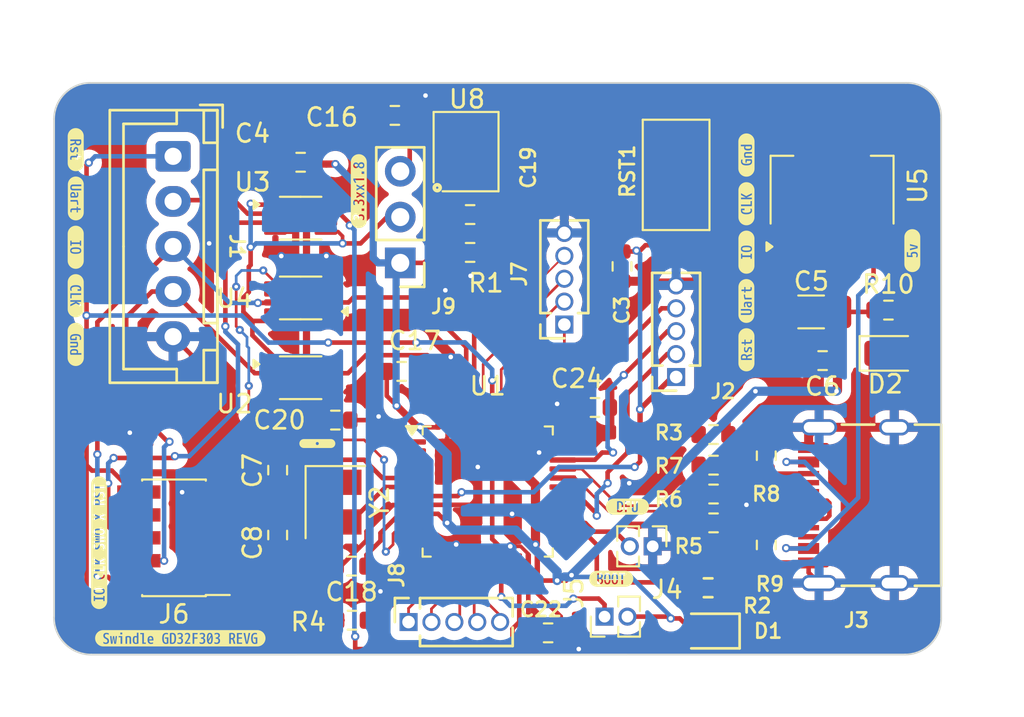
<source format=kicad_pcb>
(kicad_pcb (version 20240108) (generator "pcbnew") (generator_version "8.0")
  (layers (0 "F.Cu" signal) (31 "B.Cu" signal) (34 "B.Paste" user) (35 "F.Paste" user) (36 "B.SilkS" user "B.Silkscreen") (37 "F.SilkS" user "F.Silkscreen") (38 "B.Mask" user) (39 "F.Mask" user) (44 "Edge.Cuts" user))
  (net 0 "")
  (net 1 "GND")
  (net 2 "OUT_SWDCLK")
  (net 3 "INOUT_NRESET")
  (net 4 "OUT_SWDIO")
  (net 5 "OUT_UART_RX")
  (net 6 "NRST")
  (net 7 "+3.3V")
  (net 8 "Net-(U1-PD0)")
  (net 9 "Net-(U1-PD1)")
  (net 10 "V1.8")
  (net 11 "Net-(D1-K)")
  (net 12 "Net-(D2-A)")
  (net 13 "UART_TX")
  (net 14 "SWDCLK")
  (net 15 "SWDIO")
  (net 16 "D-")
  (net 17 "Net-(U5-VI)")
  (net 18 "D+")
  (net 19 "Net-(J3-CC1)")
  (net 22 "Net-(J3-CC2)")
  (net 23 "IN_FORCE_DFU")
  (net 24 "Net-(J5-Pin_1)")
  (net 25 "INOUT_SWO")
  (net 29 "VTREF")
  (net 30 "Net-(U1-PB13)")
  (net 31 "Net-(U1-PA3)")
  (net 36 "OUT_SWDIO_3V")
  (net 38 "OUT_SWDCLK_3V")
  (net 39 "OUT_UART_TX")
  (net 43 "PB7")
  (net 47 "OUT_UART_RX_3V")
  (net 48 "INOUT_SWO_3v")
  (net 50 "SWIO_DIR_3V")
  (net 55 "DP")
  (net 56 "DN")
  (net 57 "PB3")
  (net 58 "PB4")
  (net 59 "PB5")
  (net 60 "PA7")
  (net 61 "PA6")
  (net 62 "PA4")
  (net 63 "PA5")
  (net 64 "PB0")
  (footprint "Connector_JST:JST_XH_B5B-XH-A_1x05_P2.50mm_Vertical" (layer "F.Cu") (at 112.8 72.37 -90)
    (property "Reference" "J1")
    (property "Value" "Debug port")
  )
  (footprint "kibuzzard-672281D4" (layer "F.Cu") (at 107.4 80.1 -90)
    (property "Reference" "kibuzzard-672281D4" (hide yes))
    (property "Value" "G***" (hide yes))
  )
  (footprint "Crystal:Crystal_SMD_TXC_7M-4Pin_3.2x2.5mm" (layer "F.Cu") (at 121.8 91.55 -90)
    (property "Reference" "Y2")
    (property "Value" "8Mhz" (hide yes))
  )
  (footprint "Connector_PinHeader_1.27mm:PinHeader_1x02_P1.27mm_Vertical" (layer "F.Cu") (at 139.4 94 -90)
    (property "Reference" "J4")
    (property "Value" "DFU" (hide yes))
  )
  (footprint "kibuzzard-672281E9" (layer "F.Cu") (at 107.4 72 -90)
    (property "Reference" "kibuzzard-672281E9" (hide yes))
    (property "Value" "G***" (hide yes))
  )
  (footprint "Resistor_SMD:R_0603_1608Metric" (layer "F.Cu") (at 118.6 89.775 -90)
    (property "Reference" "C7")
    (property "Value" "22pf" (hide yes))
  )
  (footprint "Resistor_SMD:R_0603_1608Metric" (layer "F.Cu") (at 145.7 93.925 90)
    (property "Reference" "R9")
    (property "Value" "5.1k" (hide yes))
  )
  (footprint "Button_Switch_SMD:SW_SPST_CK_RS282G05A3" (layer "F.Cu") (at 140.7 73.4 90)
    (property "Reference" "RST1")
    (property "Value" "SW2" (hide yes))
  )
  (footprint "kibuzzard-672281DC" (layer "F.Cu") (at 144.595891 80.393127 90)
    (property "Reference" "kibuzzard-672281DC" (hide yes))
    (property "Value" "G***" (hide yes))
  )
  (footprint "Library:USB_C_Receptacle_Palconn_UTC16-G_no_hole" (layer "F.Cu") (at 150.56 91.72 90)
    (property "Reference" "J3")
    (property "Value" "USB")
  )
  (footprint "Package_QFP:LQFP-48_7x7mm_P0.5mm" (layer "F.Cu") (at 130.25 90.9625)
    (property "Reference" "U1")
    (property "Value" "GD32F303")
  )
  (footprint "Connector_PinHeader_2.54mm:PinHeader_1x03_P2.54mm_Vertical" (layer "F.Cu") (at 125.4 78.28 180)
    (property "Reference" "J9")
    (property "Value" "Conn_01x03_Socket")
  )
  (footprint "Resistor_SMD:R_0603_1608Metric" (layer "F.Cu") (at 121.8 87 180)
    (property "Reference" "C20")
    (property "Value" "100n" (hide yes))
  )
  (footprint "kibuzzard-672282C7" (layer "F.Cu") (at 108.7 93.8 90)
    (property "Reference" "kibuzzard-672282C7" (hide yes))
    (property "Value" "G***" (hide yes))
  )
  (footprint "Connector_PinSocket_1.27mm:PinSocket_1x05_P1.27mm_Vertical" (layer "F.Cu") (at 140.7 84.61 180)
    (property "Reference" "J2")
    (property "Value" "Debug port")
  )
  (footprint "kibuzzard-67228302" (layer "F.Cu") (at 137.1 95.8)
    (property "Reference" "kibuzzard-67228302" (hide yes))
    (property "Value" "G***" (hide yes))
  )
  (footprint "Resistor_SMD:R_0603_1608Metric" (layer "F.Cu") (at 129.275 75.6)
    (property "Reference" "C19")
    (property "Value" "100n" (hide yes))
  )
  (footprint "kibuzzard-672281E9" (layer "F.Cu") (at 144.6 83.1 90)
    (property "Reference" "kibuzzard-672281E9" (hide yes))
    (property "Value" "G***" (hide yes))
  )
  (footprint "Connector_PinHeader_1.27mm:PinHeader_2x05_P1.27mm_Vertical_SMD" (layer "F.Cu") (at 112.85 93.53 180)
    (property "Reference" "J6")
    (property "Value" "jtag" (hide yes))
  )
  (footprint "kibuzzard-672281C9" (layer "F.Cu") (at 144.6 77.686255 90)
    (property "Reference" "kibuzzard-672281C9" (hide yes))
    (property "Value" "G***" (hide yes))
  )
  (footprint "Resistor_SMD:R_0603_1608Metric" (layer "F.Cu") (at 129.275 77.7)
    (property "Reference" "R1")
    (property "Value" "10k" (hide yes))
  )
  (footprint "kibuzzard-6722831C" (layer "F.Cu") (at 138 91.8)
    (property "Reference" "kibuzzard-6722831C" (hide yes))
    (property "Value" "G***" (hide yes))
  )
  (footprint "Package_SO:VSSOP-8_2.3x2mm_P0.5mm" (layer "F.Cu") (at 119.875 75.8)
    (property "Reference" "U3")
    (property "Value" "VTREF->3V" (hide yes))
  )
  (footprint "Resistor_SMD:R_0603_1608Metric" (layer "F.Cu") (at 122.7 95.1 180)
    (property "Reference" "C18")
    (property "Value" "100n" (hide yes))
  )
  (footprint "Resistor_SMD:R_0603_1608Metric" (layer "F.Cu") (at 145.7 88.975 -90)
    (property "Reference" "R8")
    (property "Value" "5.1k" (hide yes))
  )
  (footprint "Connector_PinSocket_1.27mm:PinSocket_1x05_P1.27mm_Vertical" (layer "F.Cu") (at 134.5 81.7 180)
    (property "Reference" "J7")
    (property "Value" "Conn_01x05_Pin" (hide yes))
  )
  (footprint "Package_SO:VSSOP-8_2.3x2mm_P0.5mm" (layer "F.Cu") (at 119.875 80.225 180)
    (property "Reference" "U4")
    (property "Value" "VTREF<->3V" (hide yes))
  )
  (footprint "Resistor_SMD:R_0603_1608Metric" (layer "F.Cu") (at 152.475 80.9)
    (property "Reference" "R10")
    (property "Value" "330" (hide yes))
  )
  (footprint "Resistor_SMD:R_0603_1608Metric" (layer "F.Cu") (at 118.6 93.375 90)
    (property "Reference" "C8")
    (property "Value" "22pf" (hide yes))
  )
  (footprint "Resistor_SMD:R_0603_1608Metric" (layer "F.Cu") (at 125.1 70.1 180)
    (property "Reference" "C16")
    (property "Value" "100n" (hide yes))
  )
  (footprint "Resistor_SMD:R_0603_1608Metric" (layer "F.Cu") (at 142.475 96.3)
    (property "Reference" "R2")
    (property "Value" "330")
  )
  (footprint "Capacitor_SMD:C_1206_3216Metric_Pad1.33x1.80mm_HandSolder" (layer "F.Cu") (at 148.1875 81 180)
    (property "Reference" "C5")
    (property "Value" "100u" (hide yes))
  )
  (footprint "kibuzzard-672281D4" (layer "F.Cu") (at 144.6 75 90)
    (property "Reference" "kibuzzard-672281D4" (hide yes))
    (property "Value" "G***" (hide yes))
  )
  (footprint "Connector_PinSocket_1.27mm:PinSocket_1x05_P1.27mm_Vertical" (layer "F.Cu") (at 125.86 98.2 90)
    (property "Reference" "J8")
    (property "Value" "~")
  )
  (footprint "Resistor_SMD:R_0603_1608Metric" (layer "F.Cu") (at 137.7 78.475 -90)
    (property "Reference" "C3")
    (property "Value" "100n" (hide yes))
  )
  (footprint "Resistor_SMD:R_0603_1608Metric" (layer "F.Cu") (at 142.775 92.7 180)
    (property "Reference" "R5")
    (property "Value" "22" (hide yes))
  )
  (footprint "Resistor_SMD:R_0603_1608Metric" (layer "F.Cu") (at 142.775 89.5 180)
    (property "Reference" "R7")
    (property "Value" "1.2k" (hide yes))
  )
  (footprint "PCM_Package_TO_SOT_SMD_AKL:TSOT-23-5" (layer "F.Cu") (at 129.05 72.11 90)
    (property "Reference" "U8")
    (property "Value" "RT9013-33GB" (hide yes))
  )
  (footprint "Resistor_SMD:R_0603_1608Metric" (layer "F.Cu") (at 148.825 83.7 180)
    (property "Reference" "C6")
    (property "Value" "100n" (hide yes))
  )
  (footprint "kibuzzard-6722820B" (layer "F.Cu") (at 107.4 82.8 -90)
    (property "Reference" "kibuzzard-6722820B" (hide yes))
    (property "Value" "G***" (hide yes))
  )
  (footprint "kibuzzard-672281DC" (layer "F.Cu") (at 107.404109 74.706873 -90)
    (property "Reference" "kibuzzard-672281DC" (hide yes))
    (property "Value" "G***" (hide yes))
  )
  (footprint "Diode_SMD:D_0805_2012Metric" (layer "F.Cu") (at 142.5375 98.7 180)
    (property "Reference" "D1")
    (property "Value" "LED")
  )
  (footprint "Resistor_SMD:R_0603_1608Metric" (layer "F.Cu") (at 125.475 84.3)
    (property "Reference" "C17")
    (property "Value" "100n" (hide yes))
  )
  (footprint "Diode_SMD:D_0805_2012Metric" (layer "F.Cu") (at 152.5625 83.3)
    (property "Reference" "D2")
    (property "Value" "LED" (hide yes))
  )
  (footprint "Resistor_SMD:R_0603_1608Metric" (layer "F.Cu") (at 122.725 98.1)
    (property "Reference" "R4")
    (property "Value" "1k" (hide yes))
  )
  (footprint "kibuzzard-672326BE" (layer "F.Cu") (at 113.2 99.1)
    (property "Reference" "kibuzzard-672326BE" (hide yes))
    (property "Value" "G***" (hide yes))
  )
  (footprint "Resistor_SMD:R_0603_1608Metric" (layer "F.Cu") (at 142.775 87.8 180)
    (property "Reference" "R3")
    (property "Value" "10k" (hide yes))
  )
  (footprint "kibuzzard-67228234" (layer "F.Cu") (at 153.8 77.6 90)
    (property "Reference" "kibuzzard-67228234" (hide yes))
    (property "Value" "G***" (hide yes))
  )
  (footprint "kibuzzard-672281C9" (layer "F.Cu") (at 107.4 77.413745 -90)
    (property "Reference" "kibuzzard-672281C9" (hide yes))
    (property "Value" "G***" (hide yes))
  )
  (footprint "kibuzzard-672226BD" (layer "F.Cu") (at 120.8 88.3)
    (property "Reference" "kibuzzard-672226BD" (hide yes))
    (property "Value" "G***" (hide yes))
  )
  (footprint "Connector_PinHeader_1.27mm:PinHeader_1x02_P1.27mm_Vertical" (layer "F.Cu") (at 136.73 97.9 90)
    (property "Reference" "J5")
    (property "Value" "BOOT" (hide yes))
  )
  (footprint "kibuzzard-672283BF" (layer "F.Cu") (at 123.1 74.3 90)
    (property "Reference" "kibuzzard-672283BF" (hide yes))
    (property "Value" "G***" (hide yes))
  )
  (footprint "kibuzzard-6722820B" (layer "F.Cu") (at 144.6 72.3 90)
    (property "Reference" "kibuzzard-6722820B" (hide yes))
    (property "Value" "G***" (hide yes))
  )
  (footprint "Package_SO:VSSOP-8_2.3x2mm_P0.5mm" (layer "F.Cu") (at 119.875 84.65)
    (property "Reference" "U2")
    (property "Value" "3V->VTREF" (hide yes))
  )
  (footprint "Package_TO_SOT_SMD:SOT-223" (layer "F.Cu") (at 149.35 74.25 90)
    (property "Reference" "U5")
    (property "Value" "LM1117-3.3" (hide yes))
  )
  (footprint "Resistor_SMD:R_0603_1608Metric" (layer "F.Cu") (at 136.2 86.3)
    (property "Reference" "C24")
    (property "Value" "100n" (hide yes))
  )
  (footprint "Resistor_SMD:R_0603_1608Metric" (layer "F.Cu") (at 133.6 98.8 180)
    (property "Reference" "C22")
    (property "Value" "100n" (hide yes))
  )
  (footprint "Resistor_SMD:R_0603_1608Metric" (layer "F.Cu") (at 142.775 91.1 180)
    (property "Reference" "R6")
    (property "Value" "22" (hide yes))
  )
  (footprint "Resistor_SMD:R_0603_1608Metric" (layer "F.Cu") (at 119.875 72.7 180)
    (property "Reference" "C4")
    (property "Value" "100n" (hide yes))
  )
  (gr_arc (start 106.2 70.300715) (mid 106.777281 68.902498) (end 108.164835 68.3) (stroke (width 0.1)) (layer "Edge.Cuts"))
  (gr_arc (start 153.45 68.3) (mid 154.824094 68.839219) (end 155.397485 70.199407) (stroke (width 0.1)) (layer "Edge.Cuts"))
  (gr_line (start 155.397485 70.199407) (end 155.4 98) (stroke (width 0.1)) (layer "Edge.Cuts"))
  (gr_line (start 108.164835 68.3) (end 153.45 68.3) (stroke (width 0.1)) (layer "Edge.Cuts"))
  (gr_arc (start 108.259806 100.004523) (mid 106.800004 99.399999) (end 106.194971 97.940403) (stroke (width 0.1)) (layer "Edge.Cuts"))
  (gr_line (start 106.2 70.3) (end 106.2 97.939688) (stroke (width 0.1)) (layer "Edge.Cuts"))
  (gr_arc (start 155.4 98) (mid 154.814214 99.414214) (end 153.4 100) (stroke (width 0.1)) (layer "Edge.Cuts"))
  (gr_line (start 153.4 100) (end 108.259806 100.004523) (stroke (width 0.1)) (layer "Edge.Cuts"))
  (segment (start 129.05 72.45) (end 129.4 72.1) (width 0.508) (layer "F.Cu") (net 1))
  (segment (start 145.81 88.4) (end 147.79 88.4) (width 0.254) (layer "F.Cu") (net 1))
  (segment (start 120.9 69) (end 119.05 70.85) (width 0.508) (layer "F.Cu") (net 1))
  (segment (start 137.125 87.4875) (end 135.9125 88.7) (width 0.254) (layer "F.Cu") (net 1))
  (segment (start 121.55 91.55) (end 122.65 90.45) (width 0.254) (layer "F.Cu") (net 1))
  (segment (start 146.5 71.5) (end 146.5 77.1) (width 0.508) (layer "F.Cu") (net 1))
  (segment (start 118.475 85.4) (end 118.525 85.45) (width 0.254) (layer "F.Cu") (net 1))
  (segment (start 119.165906 85.352) (end 118.523 85.352) (width 0.254) (layer "F.Cu") (net 1))
  (segment (start 135.42 76.62) (end 134.5 76.62) (width 0.25) (layer "F.Cu") (net 1))
  (segment (start 129.7 92.7) (end 128.5 93.9) (width 0.508) (layer "F.Cu") (net 1))
  (segment (start 123.527 93.173) (end 123.527 93.673) (width 0.254) (layer "F.Cu") (net 1))
  (segment (start 119.6 76.5) (end 119.6 77.9) (width 0.4) (layer "F.Cu") (net 1))
  (segment (start 120.95 92.15) (end 121.55 91.55) (width 0.254) (layer "F.Cu") (net 1))
  (segment (start 113.8 83.37) (end 112.8 82.37) (width 0.254) (layer "F.Cu") (net 1))
  (segment (start 131.4 71.9) (end 131.4 69.1) (width 0.508) (layer "F.Cu") (net 1))
  (segment (start 145.71 94.9) (end 147.89 94.9) (width 0.254) (layer "F.Cu") (net 1))
  (segment (start 147.05 85.25) (end 145.7 86.6) (width 0.254) (layer "F.Cu") (net 1))
  (segment (start 118.523 85.352) (end 118.475 85.4) (width 0.254) (layer "F.Cu") (net 1))
  (segment (start 136.2 79.1) (end 136.2 77.4) (width 0.25) (layer "F.Cu") (net 1))
  (segment (start 124.3 96.5) (end 118.7 96.5) (width 0.508) (layer "F.Cu") (net 1))
  (segment (start 126.8 69) (end 124.2 69) (width 0.508) (layer "F.Cu") (net 1))
  (segment (start 129.4 72.1) (end 131.2 72.1) (width 0.508) (layer "F.Cu") (net 1))
  (segment (start 132.5 94.862501) (end 132.5 94.423538) (width 0.2032) (layer "F.Cu") (net 1))
  (segment (start 119.6 73.25) (end 119.6 73.35) (width 0.4) (layer "F.Cu") (net 1))
  (segment (start 116.97 93.53) (end 117 93.5) (width 0.254) (layer "F.Cu") (net 1))
  (segment (start 124.275 69.075) (end 124.275 70.1) (width 0.508) (layer "F.Cu") (net 1))
  (segment (start 118.525 85.45) (end 119.15 85.45) (width 0.254) (layer "F.Cu") (net 1))
  (segment (start 121.3 77.9) (end 121.3 79.45) (width 0.254) (layer "F.Cu") (net 1))
  (segment (start 113.8 89.068948) (end 113.8 83.37) (width 0.254) (layer "F.Cu") (net 1))
  (segment (start 133.1875 88.7125) (end 133.1 88.8) (width 0.2032) (layer "F.Cu") (net 1))
  (segment (start 132.5 98.525) (end 132.775 98.8) (width 0.254) (layer "F.Cu") (net 1))
  (segment (start 151.5 87.4) (end 151.6 87.4) (width 0.254) (layer "F.Cu") (net 1))
  (segment (start 132.5 94.423538) (end 132.076462 94) (width 0.2032) (layer "F.Cu") (net 1))
  (segment (start 124.2 69) (end 124.275 69.075) (width 0.254) (layer "F.Cu") (net 1))
  (segment (start 113.3 91) (end 113.31 90.99) (width 0.15) (layer "F.Cu") (net 1))
  (segment (start 129 89.6) (end 129.7 89.6) (width 0.508) (layer "F.Cu") (net 1))
  (segment (start 119.6 77.8) (end 119.6 84.8) (width 0.4) (layer "F.Cu") (net 1))
  (segment (start 117 93.5) (end 117 95.4) (width 0.508) (layer "F.Cu") (net 1))
  (segment (start 124.2 69) (end 120.9 69) (width 0.508) (layer "F.Cu") (net 1))
  (segment (start 118.65 91.55) (end 118.6 91.6) (width 0.254) (layer "F.Cu") (net 1))
  (segment (start 119.6 84.8) (end 119.6 84.917906) (width 0.254) (layer "F.Cu") (net 1))
  (segment (start 123.527 93.673) (end 122.1 95.1) (width 0.254) (layer "F.Cu") (net 1))
  (segment (start 118.6 91.6) (end 118.6 92.55) (width 0.254) (layer "F.Cu") (net 1))
  (segment (start 147.05 77.4) (end 147.05 82.3) (width 0.254) (layer "F.Cu") (net 1))
  (segment (start 132.5 94.862501) (end 132.5 98.525) (width 0.254) (layer "F.Cu") (net 1))
  (segment (start 129.7 92.3) (end 129.7 89.6) (width 0.508) (layer "F.Cu") (net 1))
  (segment (start 151.625 87.375) (end 151.625 83.3) (width 0.254) (layer "F.Cu") (net 1))
  (segment (start 128 87.275) (end 128 88.6) (width 0.2032) (layer "F.Cu") (net 1))
  (segment (start 137.18 79.3) (end 136.4 79.3) (width 0.25) (layer "F.Cu") (net 1))
  (segment (start 114.8 90.99) (end 116.69 90.99) (width 0.254) (layer "F.Cu") (net 1))
  (segment (start 130.4 77.1) (end 130.4 75.5) (width 0.254) (layer "F.Cu") (net 1))
  (segment (start 140.7 79.53) (end 141.01 79.22) (width 0.254) (layer "F.Cu") (net 1))
  (segment (start 151.5 87.4) (end 148.63 87.4) (width 0.254) (layer "F.Cu") (net 1))
  (segment (start 116.3 94.8) (end 117 95.5) (width 0.254) (layer "F.Cu") (net 1))
  (segment (start 126.7 84.3) (end 126.3 84.3) (width 0.254) (layer "F.Cu") (net 1))
  (segment (start 140.6 94) (end 139.4 94) (width 0.254) (layer "F.Cu") (net 1))
  (segment (start 114.8 90.068948) (end 113.8 89.068948) (width 0.254) (layer "F.Cu") (net 1))
  (segment (start 152.8 96.04) (end 148.63 96.04) (width 0.254) (layer "F.Cu") (net 1))
  (segment (start 121.3 79.45) (end 121.275 79.475) (width 0.254) (layer "F.Cu") (net 1))
  (segment (start 121.1 86.9) (end 121.1 85.575) (width 0.254) (layer "F.Cu") (net 1))
  (segment (start 118.1 96.5) (end 117.1 95.5) (width 0.508) (layer "F.Cu") (net 1))
  (segment (start 119.6 73.35) (end 119.6 76.5) (width 0.4) (layer "F.Cu") (net 1))
  (segment (start 148.05 94.92) (end 148.05 95.46) (width 0.254) (layer "F.Cu") (net 1))
  (segment (start 148.05 88.52) (end 148.05 87.98) (width 0.254) (layer "F.Cu") (net 1))
  (segment (start 114.8 93.53) (end 116.97 93.53) (width 0.254) (layer "F.Cu") (net 1))
  (segment (start 114.8 90.99) (end 114.8 90.068948) (width 0.254) (layer "F.Cu") (net 1))
  (segment (start 146.2 77.4) (end 147.05 77.4) (width 0.254) (layer "F.Cu") (net 1))
  (segment (start 114.8 94.8) (end 116.3 94.8) (width 0.254) (layer "F.Cu") (net 1))
  (segment (start 128 85.6) (end 126.7 84.3) (width 0.254) (layer "F.Cu") (net 1))
  (segment (start 144 69) (end 146.5 71.5) (width 0.508) (layer "F.Cu") (net 1))
  (segment (start 134.2125 88.7125) (end 133.1875 88.7125) (width 0.2032) (layer "F.Cu") (net 1))
  (segment (start 137.7 79.55) (end 138.03 79.22) (width 0.1016) (layer "F.Cu") (net 1))
  (segment (start 136.2 77.4) (end 135.42 76.62) (width 0.25) (layer "F.Cu") (net 1))
  (segment (start 130.4 77.4) (end 130.4 77.1) (width 0.254) (layer "F.Cu") (net 1))
  (segment (start 147.05 82.75) (end 148 83.7) (width 0.254) (layer "F.Cu") (net 1))
  (segment (start 131.4 69.1) (end 131.5 69) (width 0.508) (layer "F.Cu") (net 1))
  (segment (start 121.55 91.55) (end 118.65 91.55) (width 0.254) (layer "F.Cu") (net 1))
  (segment (start 117 95.4) (end 117.1 95.5) (width 0.254) (layer "F.Cu") (net 1))
  (segment (start 135.9125 88.7) (end 134.4125 88.7) (width 0.254) (layer "F.Cu") (net 1))
  (segment (start 141.35 94.75) (end 140.6 94) (width 0.254) (layer "F.Cu") (net 1))
  (segment (start 131.2 72.1) (end 131.4 71.9) (width 0.508) (layer "F.Cu") (net 1))
  (segment (start 132.076462 94) (end 131.5 94) (width 0.2032) (layer "F.Cu") (net 1))
  (segment (start 137.7 79.3) (end 137.18 79.3) (width 0.1016) (layer "F.Cu") (net 1))
  (segment (start 131.4 71.9) (end 131.4 74.3) (width 0.508) (layer "F.Cu") (net 1))
  (segment (start 151.6 87.4) (end 151.625 87.375) (width 0.254) (layer "F.Cu") (net 1))
  (segment (start 124.9875 91.7125) (end 123.527 93.173) (width 0.254) (layer "F.Cu") (net 1))
  (segment (start 120.25 85.45) (end 121.225 85.45) (width 0.254) (layer "F.Cu") (net 1))
  (segment (start 137.125 86.3) (end 137.125 87.4875) (width 0.254) (layer "F.Cu") (net 1))
  (segment (start 116.69 90.99) (end 117 91.3) (width 0.254) (layer "F.Cu") (net 1))
  (segment (start 118.6 90.6) (end 118.6 91.6) (width 0.254) (layer "F.Cu") (net 1))
  (segment (start 140.39 79.22) (end 140.7 79.53) (width 0.15) (layer "F.Cu") (net 1))
  (segment (start 119.6 84.917906) (end 119.165906 85.352) (width 0.254) (layer "F.Cu") (net 1))
  (segment (start 117 91.3) (end 117 93.5) (width 0.508) (layer "F.Cu") (net 1))
  (segment (start 141.01 79.22) (end 144.38 79.22) (width 0.254) (layer "F.Cu") (net 1))
  (segment (start 148.05 95.46) (end 148.63 96.04) (width 0.254) (layer "F.Cu") (net 1))
  (segment (start 126.8 69) (end 144 69) (width 0.508) (layer "F.Cu") (net 1))
  (segment (start 147.05 82.3) (end 147.05 82.75) (width 0.254) (layer "F.Cu") (net 1))
  (segment (start 145.7 94.75) (end 141.35 94.75) (width 0.254) (layer "F.Cu") (net 1))
  (segment (start 144.38 79.22) (end 146.2 77.4) (width 0.254) (layer "F.Cu") (net 1))
  (segment (start 126.0875 91.7125) (end 124.9875 91.7125) (width 0.254) (layer "F.Cu") (net 1))
  (segment (start 119.05 70.85) (end 119.05 72.7) (width 0.508) (layer "F.Cu") (net 1))
  (segment (start 129.7 92.3) (end 129.7 92.7) (width 0.508) (layer "F.Cu") (net 1))
  (segment (start 130.1 77.7) (end 130.4 77.4) (width 0.254) (layer "F.Cu") (net 1))
  (segment (start 129.05 73.42) (end 129.05 72.45) (width 0.508) (layer "F.Cu") (net 1))
  (segment (start 138.03 79.22) (end 140.39 79.22) (width 0.15) (layer "F.Cu") (net 1))
  (segment (start 148.05 87.98) (end 148.63 87.4) (width 0.254) (layer "F.Cu") (net 1))
  (segment (start 119.6 84.8) (end 120.25 85.45) (width 0.254) (layer "F.Cu") (net 1))
  (segment (start 113.31 90.99) (end 114.8 90.99) (width 0.15) (layer "F.Cu") (net 1))
  (segment (start 121.1 85.575) (end 121.275 85.4) (width 0.254) (layer "F.Cu") (net 1))
  (segment (start 145.7 86.6) (end 145.7 88.15) (width 0.254) (layer "F.Cu") (net 1))
  (segment (start 129.5875 91.7) (end 126.0875 91.7) (width 0.254) (layer "F.Cu") (net 1))
  (segment (start 131.4 74.3) (end 130.1 75.6) (width 0.508) (layer "F.Cu") (net 1))
  (segment (start 130.1 75.9) (end 130.4 75.6) (width 0.254) (layer "F.Cu") (net 1))
  (segment (start 152.8 87.4) (end 151.5 87.4) (width 0.254) (layer "F.Cu") (net 1))
  (segment (start 128 87.275) (end 128 85.6) (width 0.254) (layer "F.Cu") (net 1))
  (segment (start 128 88.6) (end 129 89.6) (width 0.508) (layer "F.Cu") (net 1))
  (segment (start 136.4 79.3) (end 136.2 79.1) (width 0.25) (layer "F.Cu") (net 1))
  (segment (start 118.6 91.6) (end 117.05 91.6) (width 0.254) (layer "F.Cu") (net 1))
  (segment (start 118.475 76.55) (end 119.65 76.55) (width 0.254) (layer "F.Cu") (net 1))
  (segment (start 118.7 96.5) (end 118.1 96.5) (width 0.508) (layer "F.Cu") (net 1))
  (segment (start 147.05 82.3) (end 147.05 85.25) (width 0.254) (layer "F.Cu") (net 1))
  (segment (start 119.05 72.7) (end 119.6 73.25) (width 0.4) (layer "F.Cu") (net 1))
  (segment (start 119.7 77.9) (end 118.8 77.9) (width 0.254) (layer "F.Cu") (net 1))
  (segment (start 129.7 92.3) (end 129.5875 92.1875) (width 0.254) (layer "F.Cu") (net 1))
  (via (at 135.3 99.7) (size 0.4572) (drill 0.254) (layers "F.Cu" "B.Cu") (net 1))
  (via (at 110.4 87.7) (size 0.4572) (drill 0.254) (layers "F.Cu" "B.Cu") (net 1))
  (via (at 127.9 79.8) (size 0.4572) (drill 0.254) (layers "F.Cu" "B.Cu") (net 1))
  (via (at 131.6 92.2) (size 0.4572) (drill 0.254) (layers "F.Cu" "B.Cu") (net 1))
  (via (at 113.3 91) (size 0.4572) (drill 0.254) (layers "F.Cu" "B.Cu") (net 1))
  (via (at 126.8 69) (size 0.4572) (drill 0.254) (layers "F.Cu" "B.Cu") (net 1))
  (via (at 124.2 86.8) (size 0.4572) (drill 0.254) (layers "F.Cu" "B.Cu") (net 1))
  (via (at 134.1 86.1) (size 0.4572) (drill 0.254) (layers "F.Cu" "B.Cu") (net 1))
  (via (at 128.2 83.5) (size 0.4572) (drill 0.254) (layers "F.Cu" "B.Cu") (net 1))
  (via (at 138.1 90.5) (size 0.4572) (drill 0.254) (layers "F.Cu" "B.Cu") (net 1))
  (via (at 121.3 77.9) (size 0.4572) (drill 0.254) (layers "F.Cu" "B.Cu") (net 1))
  (via (at 128.5 93.9) (size 0.4572) (drill 0.254) (layers "F.Cu" "B.Cu") (net 1))
  (via (at 129.7 89.6) (size 0.4572) (drill 0.254) (layers "F.Cu" "B.Cu") (net 1))
  (via (at 114.8 77.2) (size 0.4572) (drill 0.254) (layers "F.Cu" "B.Cu") (net 1))
  (via (at 129.3 79) (size 0.4572) (drill 0.254) (layers "F.Cu" "B.Cu") (net 1))
  (via (at 131.5 94) (size 0.4572) (drill 0.254) (layers "F.Cu" "B.Cu") (net 1))
  (via (at 118.8 77.9) (size 0.4572) (drill 0.254) (layers "F.Cu" "B.Cu") (net 1))
  (via (at 124.3 96.5) (size 0.4572) (drill 0.254) (layers "F.Cu" "B.Cu") (net 1))
  (via (at 144.6 91.7) (size 0.4572) (drill 0.254) (layers "F.Cu" "B.Cu") (net 1))
  (via (at 133.1 88.8) (size 0.4572) (drill 0.254) (layers "F.Cu" "B.Cu") (net 1))
  (segment (start 129.3 71.5) (end 129.3 81.2) (width 0.508) (layer "B.Cu") (net 1))
  (segment (start 126.8 69) (end 129.3 71.5) (width 0.508) (layer "B.Cu") (net 1))
  (segment (start 128.4 94) (end 127.4 94) (width 0.508) (layer "B.Cu") (net 1))
  (segment (start 128.7 94.1) (end 128.5 93.9) (width 0.254) (layer "B.Cu") (net 1))
  (segment (start 132.6 84.5) (end 132.6 89.2) (width 0.508) (layer "B.Cu") (net 1))
  (segment (start 132.3 84.2) (end 132.6 84.5) (width 0.508) (layer "B.Cu") (net 1))
  (segment (start 131.6 94.1) (end 128.7 94.1) (width 0.508) (layer "B.Cu") (net 1))
  (segment (start 127.4 94) (end 124.9 96.5) (width 0.508) (layer "B.Cu") (net 1))
  (segment (start 132.6 89.2) (end 132.2 89.6) (width 0.508) (layer "B.Cu") (net 1))
  (segment (start 132.2 89.6) (end 129.7 89.6) (width 0.508) (layer "B.Cu") (net 1))
  (segment (start 129.3 81.2) (end 132.3 84.2) (width 0.508) (layer "B.Cu") (net 1))
  (segment (start 118.8 77.9) (end 121.3 77.9) (width 0.254) (layer "B.Cu") (net 1))
  (segment (start 124.9 96.5) (end 124.3 96.5) (width 0.508) (layer "B.Cu") (net 1))
  (segment (start 132.5 88.8) (end 133.1 88.8) (width 0.254) (layer "B.Cu") (net 1))
  (segment (start 118.475 84.4) (end 117.33 84.4) (width 0.254) (layer "F.Cu") (net 2))
  (segment (start 112.8 79.87) (end 111.63 79.87) (width 0.254) (layer "F.Cu") (net 2))
  (segment (start 112.5 88.2) (end 110.2 85.9) (width 0.254) (layer "F.Cu") (net 2))
  (segment (start 110.2 81.3) (end 110.2 85.9) (width 0.254) (layer "F.Cu") (net 2))
  (segment (start 110.9 94.8) (end 112.2 94.8) (width 0.254) (layer "F.Cu") (net 2))
  (segment (start 111.63 79.87) (end 110.2 81.3) (width 0.254) (layer "F.Cu") (net 2))
  (segment (start 117.33 84.4) (end 112.8 79.87) (width 0.254) (layer "F.Cu") (net 2))
  (segment (start 112.6 88.2) (end 112.5 88.2) (width 0.254) (layer "F.Cu") (net 2))
  (via (at 112.6 88.2) (size 0.4572) (drill 0.254) (layers "F.Cu" "B.Cu") (net 2))
  (via (at 112.3 94.8) (size 0.4572) (drill 0.254) (layers "F.Cu" "B.Cu") (net 2))
  (segment (start 112.3 88.5) (end 112.3 94.7) (width 0.254) (layer "B.Cu") (net 2))
  (segment (start 112.6 88.2) (end 112.3 88.5) (width 0.254) (layer "B.Cu") (net 2))
  (segment (start 112.3 94.7) (end 112.4 94.8) (width 0.254) (layer "B.Cu") (net 2))
  (segment (start 108 89.5) (end 108.3 89.8) (width 0.254) (layer "F.Cu") (net 3))
  (segment (start 130.5 84.8) (end 130.5 87.275) (width 0.254) (layer "F.Cu") (net 3))
  (segment (start 108.2 98.1) (end 108 97.9) (width 0.254) (layer "F.Cu") (net 3))
  (segment (start 108.3 89.8) (end 109.4 89.8) (width 0.254) (layer "F.Cu") (net 3))
  (segment (start 108 72.846579) (end 108.12329 72.72329) (width 0.254) (layer "F.Cu") (net 3))
  (segment (start 108 97.9) (end 108 89.5) (width 0.254) (layer "F.Cu") (net 3))
  (segment (start 109.4 89.8) (end 110.59 90.99) (width 0.254) (layer "F.Cu") (net 3))
  (segment (start 122.2 98.1) (end 108.2 98.1) (width 0.254) (layer "F.Cu") (net 3))
  (segment (start 108 72.846579) (end 108 81.2) (width 0.254) (layer "F.Cu") (net 3))
  (segment (start 126.3 82.7) (end 121.4 82.7) (width 0.254) (layer "F.Cu") (net 3))
  (segment (start 108 81.2) (end 108 89.5) (width 0.254) (layer "F.Cu") (net 3))
  (via (at 126.3 82.7) (size 0.4572) (drill 0.254) (layers "F.Cu" "B.Cu") (net 3))
  (via (at 108 81.2) (size 0.4572) (drill 0.254) (layers "F.Cu" "B.Cu") (net 3))
  (via (at 108.12329 72.72329) (size 0.4572) (drill 0.254) (layers "F.Cu" "B.Cu") (net 3))
  (via (at 121.4 82.7) (size 0.4572) (drill 0.254) (layers "F.Cu" "B.Cu") (net 3))
  (via (at 130.5 84.8) (size 0.4572) (drill 0.254) (layers "F.Cu" "B.Cu") (net 3))
  (segment (start 130.5 84.8) (end 130.5 84.2) (width 0.254) (layer "B.Cu") (net 3))
  (segment (start 126.308 82.692) (end 126.3 82.7) (width 0.254) (layer "B.Cu") (net 3))
  (segment (start 108 81.2) (end 116.6 81.2) (width 0.254) (layer "B.Cu") (net 3))
  (segment (start 118.1 82.7) (end 121.4 82.7) (width 0.254) (layer "B.Cu") (net 3))
  (segment (start 112.8 72.37) (end 108.47658 72.37) (width 0.254) (layer "B.Cu") (net 3))
  (segment (start 116.6 81.2) (end 118.1 82.7) (width 0.254) (layer "B.Cu") (net 3))
  (segment (start 130.5 84.2) (end 128.992 82.692) (width 0.254) (layer "B.Cu") (net 3))
  (segment (start 108.47658 72.37) (end 108.12329 72.72329) (width 0.254) (layer "B.Cu") (net 3))
  (segment (start 128.992 82.692) (end 126.308 82.692) (width 0.254) (layer "B.Cu") (net 3))
  (segment (start 109.97 96.07) (end 109.57 96.07) (width 0.254) (layer "F.Cu") (net 4))
  (segment (start 117.5 80.5) (end 118.45 80.5) (width 0.254) (layer "F.Cu") (net 4))
  (segment (start 112.8 77.37) (end 108.6 81.57) (width 0.254) (layer "F.Cu") (net 4))
  (segment (start 108.6 81.57) (end 108.6 88.9) (width 0.254) (layer "F.Cu") (net 4))
  (segment (start 118.45 80.5) (end 118.475 80.475) (width 0.254) (layer "F.Cu") (net 4))
  (segment (start 109.57 96.07) (end 109.2 95.7) (width 0.254) (layer "F.Cu") (net 4))
  (segment (start 109.2 95.7) (end 108.6 95.7) (width 0.254) (layer "F.Cu") (net 4))
  (via (at 117.5 80.5) (size 0.4572) (drill 0.254) (layers "F.Cu" "B.Cu") (net 4))
  (via (at 108.6 88.9) (size 0.4572) (drill 0.254) (layers "F.Cu" "B.Cu") (net 4))
  (via (at 108.6 95.7) (size 0.4572) (drill 0.254) (layers "F.Cu" "B.Cu") (net 4))
  (segment (start 115.93 80.5) (end 117.5 80.5) (width 0.254) (layer "B.Cu") (net 4))
  (segment (start 108.6 88.9) (end 108.6 95.7) (width 0.254) (layer "B.Cu") (net 4))
  (segment (start 112.8 77.37) (end 115.93 80.5) (width 0.254) (layer "B.Cu") (net 4))
  (segment (start 112.87 74.8) (end 112.8 74.87) (width 0.254) (layer "F.Cu") (net 5))
  (segment (start 116.931579 75.55) (end 116.181579 74.8) (width 0.254) (layer "F.Cu") (net 5))
  (segment (start 116.181579 74.8) (end 112.87 74.8) (width 0.254) (layer "F.Cu") (net 5))
  (segment (start 118.475 75.55) (end 116.931579 75.55) (width 0.254) (layer "F.Cu") (net 5))
  (segment (start 137.65 77.7) (end 137.7 77.65) (width 0.254) (layer "F.Cu") (net 6))
  (segment (start 128.5875 91.2125) (end 128.8 91) (width 0.254) (layer "F.Cu") (net 6))
  (segment (start 138.65 77.65) (end 139 77.3) (width 0.254) (layer "F.Cu") (net 6))
  (segment (start 139.5 87.8) (end 138.7 88.6) (width 0.3) (layer "F.Cu") (net 6))
  (segment (start 138.7 88.6) (end 138.7 87.9) (width 0.3) (layer "F.Cu") (net 6))
  (segment (start 126.0875 91.2125) (end 128.5875 91.2125) (width 0.254) (layer "F.Cu") (net 6))
  (segment (start 140.49 84.61) (end 140.7 84.61) (width 0.3) (layer "F.Cu") (net 6))
  (segment (start 138.7 86.4) (end 140.49 84.61) (width 0.3) (layer "F.Cu") (net 6))
  (segment (start 137.7 77.65) (end 138.65 77.65) (width 0.254) (layer "F.Cu") (net 6))
  (segment (start 138.7 87.9) (end 138.7 89.3) (width 0.254) (layer "F.Cu") (net 6))
  (segment (start 141.95 87.8) (end 139.5 87.8) (width 0.3) (layer "F.Cu") (net 6))
  (segment (start 139 77.3) (end 140.7 77.3) (width 0.254) (layer "F.Cu") (net 6))
  (segment (start 138.7 86.3) (end 138.7 87.9) (width 0.3) (layer "F.Cu") (net 6))
  (segment (start 138.7 89.3) (end 138.4 89.6) (width 0.254) (layer "F.Cu") (net 6))
  (via (at 128.8 91) (size 0.4572) (drill 0.254) (layers "F.Cu" "B.Cu") (net 6))
  (via (at 138.5 77.6) (size 0.4572) (drill 0.254) (layers "F.Cu" "B.Cu") (net 6))
  (via (at 138.4 89.6) (size 0.4572) (drill 0.254) (layers "F.Cu" "B.Cu") (net 6))
  (via (at 138.7 86.4) (size 0.4572) (drill 0.254) (layers "F.Cu" "B.Cu") (net 6))
  (segment (start 132.8 91) (end 134.2 89.6) (width 0.254) (layer "B.Cu") (net 6))
  (segment (start 138.7 77.8) (end 138.7 86.4) (width 0.254) (layer "B.Cu") (net 6))
  (segment (start 138.5 77.6) (end 138.7 77.8) (width 0.254) (layer "B.Cu") (net 6))
  (segment (start 134.2 89.6) (end 138.4 89.6) (width 0.254) (layer "B.Cu") (net 6))
  (segment (start 128.8 91) (end 132.8 91) (width 0.254) (layer "B.Cu") (net 6))
  (segment (start 120.7 72.7) (end 120.7 73.4) (width 0.4) (layer "F.Cu") (net 7))
  (segment (start 132.8 88.2) (end 132.3125 88.6875) (width 0.2032) (layer "F.Cu") (net 7))
  (segment (start 120.225 80.975) (end 120.2 81) (width 0.15) (layer "F.Cu") (net 7))
  (segment (start 140.9 98) (end 140.4 98) (width 0.254) (layer "F.Cu") (net 7))
  (segment (start 128 92.7) (end 127.9875 92.6875) (width 0.254) (layer "F.Cu") (net 7))
  (segment (start 125.350001 92.2125) (end 124.3 93.262501) (width 0.25) (layer "F.Cu") (net 7))
  (segment (start 134.3 97.9) (end 134.3 98.7) (width 0.254) (layer "F.Cu") (net 7))
  (segment (start 135.475 86.3) (end 135.475 87.15) (width 0.254) (layer "F.Cu") (net 7))
  (segment (start 145.1 85.4) (end 143.6 86.9) (width 0.254) (layer "F.Cu") (net 7))
  (segment (start 120.6 83.9) (end 121.275 83.9) (width 0.254) (layer "F.Cu") (net 7))
  (segment (start 133 95.6) (end 133 96.6) (width 0.254) (layer "F.Cu") (net 7))
  (segment (start 128.1 74.95) (end 128.75 75.6) (width 0.254) (layer "F.Cu") (net 7))
  (segment (start 125.2 86.2) (end 124.65 85.65) (width 0.25) (layer "F.Cu") (net 7))
  (segment (start 120.8 72.8) (end 120.7 72.7) (width 0.254) (layer "F.Cu") (net 7))
  (segment (start 134.1 95.9) (end 133.3 95.9) (width 0.254) (layer "F.Cu") (net 7))
  (segment (start 132.9 90.6) (end 132.9 93.9) (width 0.508) (layer "F.Cu") (net 7))
  (segment (start 122.625 87) (end 123.692 87) (width 0.254) (layer "F.Cu") (net 7))
  (segment (start 128.1 73.42) (end 128.1 74.95) (width 0.254) (layer "F.Cu") (net 7))
  (segment (start 128.75 75.6) (end 130 74.35) (width 0.254) (layer "F.Cu") (net 7))
  (segment (start 128.75 75.6) (end 128.75 76.25) (width 0.254) (layer "F.Cu") (net 7))
  (segment (start 134.55 88.2) (end 132.8 88.2) (width 0.2032) (layer "F.Cu") (net 7))
  (segment (start 123.692 87) (end 123.692 87.010421) (width 0.254) (layer "F.Cu") (net 7))
  (segment (start 120.7 73.4) (end 120.2 73.9) (width 0.4) (layer "F.Cu") (net 7))
  (segment (start 120.2 75) (end 120.2 80.2) (width 0.4) (layer "F.Cu") (net 7))
  (segment (start 133.3 95.9) (end 133 95.6) (width 0.254) (layer "F.Cu") (net 7))
  (segment (start 131.7 89.4) (end 132.9 90.6) (width 0.508) (layer "F.Cu") (net 7))
  (segment (start 126.0875 92.2125) (end 125.350001 92.2125) (width 0.1016) (layer "F.Cu") (net 7))
  (segment (start 123.525 94.475) (end 123.525 95.1) (width 0.254) (layer "F.Cu") (net 7))
  (segment (start 124.3 93.7) (end 123.525 94.475) (width 0.254) (layer "F.Cu") (net 7))
  (segment (start 124.3 93.262501) (end 124.3 93.7) (width 0.25) (layer "F.Cu") (net 7))
  (segment (start 143.55 88.15) (end 143.6 88.2) (width 0.15) (layer "F.Cu") (net 7))
  (segment (start 134.1 95.9) (end 134.6 95.9) (width 0.254) (layer "F.Cu") (net 7))
  (segment (start 120.2 83.5) (end 120.6 83.9) (width 0.254) (layer "F.Cu") (net 7))
  (segment (start 149.6 77.5) (end 149.6 83.5) (width 0.508) (layer "F.Cu") (net 7))
  (segment (start 127.375 87.4) (end 127.5 87.275) (width 0.254) (layer "F.Cu") (net 7))
  (segment (start 125.8 86.8) (end 125.2 86.2) (width 0.4) (layer "F.Cu") (net 7))
  (segment (start 120.25 75.05) (end 121.275 75.05) (width 0.254) (layer "F.Cu") (net 7))
  (segment (start 124.65 85.65) (end 124.65 84.3) (width 0.254) (layer "F.Cu") (net 7))
  (segment (start 140.4 98) (end 140.3 97.9) (width 0.254) (layer "F.Cu") (net 7))
  (segment (start 123.692 87.010421) (end 124.894079 88.2125) (width 0.254) (layer "F.Cu") (net 7))
  (segment (start 133 95.6) (end 133 94) (width 0.2032) (layer "F.Cu") (net 7))
  (segment (start 128 92.7) (end 127.5 92.2) (width 0.254) (layer "F.Cu") (net 7))
  (segment (start 120.2 81) (end 120.2 83.5) (width 0.4) (layer "F.Cu") (net 7))
  (segment (start 127.5 92.2) (end 125.95 92.2) (width 0.254) (layer "F.Cu") (net 7))
  (segment (start 140.3 97.9) (end 138 97.9) (width 0.254) (layer "F.Cu") (net 7))
  (segment (start 120.2 73.9) (end 120.2 75) (width 0.4) (layer "F.Cu") (net 7))
  (segment (start 143.6 88.2) (end 143.6 89.45) (width 0.254) (layer "F.Cu") (net 7))
  (segment (start 121.3 72.8) (end 120.8 72.8) (width 0.4) (layer "F.Cu") (net 7))
  (segment (start 124.894079 87.705921) (end 124.894079 88.2125) (width 0.254) (layer "F.Cu") (net 7))
  (segment (start 126.4 87.4) (end 125.8 86.8) (width 0.4) (layer "F.Cu") (net 7))
  (segment (start 131.7 89.3) (end 131.7 89.4) (width 0.508) (layer "F.Cu") (net 7))
  (segment (start 143.6 86.9) (end 143.6 88.2) (width 0.254) (layer "F.Cu") (net 7))
  (segment (start 132.3125 88.6875) (end 131.7 89.3) (width 0.508) (layer "F.Cu") (net 7))
  (segment (start 121.275 80.975) (end 120.225 80.975) (width 0.15) (layer "F.Cu") (net 7))
  (segment (start 141.6 98.7) (end 140.9 98) (width 0.254) (layer "F.Cu") (net 7))
  (segment (start 121.8 72.8) (end 121.3 72.8) (width 0.4) (layer "F.Cu") (net 7))
  (segment (start 149.65 83.7) (end 149.65 85.35) (width 0.508) (layer "F.Cu") (net 7))
  (segment (start 130 74.35) (end 130 73.42) (width 0.254) (layer "F.Cu") (net 7))
  (segment (start 134.6 95.9) (end 134.9 95.6) (width 0.254) (layer "F.Cu") (net 7))
  (segment (start 149.75 81) (end 151.55 81) (width 0.254) (layer "F.Cu") (net 7))
  (segment (start 128.75 76.25) (end 126.72 78.28) (width 0.254) (layer "F.Cu") (net 7))
  (segment (start 124.894079 88.2125) (end 126.0875 88.2125) (width 0.254) (layer "F.Cu") (net 7))
  (segment (start 135.475 87.15) (end 134.4125 88.2125) (width 0.254) (layer "F.Cu") (net 7))
  (segment (start 120.2 80.2) (end 120.2 81) (width 0.4) (layer "F.Cu") (net 7))
  (segment (start 133 96.6) (end 134.3 97.9) (width 0.254) (layer "F.Cu") (net 7))
  (segment (start 126.5 87.4) (end 127.375 87.4) (width 0.254) (layer "F.Cu") (net 7))
  (segment (start 126.72 78.28) (end 125.4 78.28) (width 0.254) (layer "F.Cu") (net 7))
  (segment (start 125.8 86.8) (end 124.894079 87.705921) (width 0.254) (layer "F.Cu") (net 7))
  (segment (start 126.5 87.4) (end 126.4 87.4) (width 0.254) (layer "F.Cu") (net 7))
  (via (at 126.5 87.4) (size 0.4572) (drill 0.254) (layers "F.Cu" "B.Cu") (net 7))
  (via (at 149.6 85.4) (size 0.4572) (drill 0.254) (layers "F.Cu" "B.Cu") (net 7))
  (via (at 132.9 93.9) (size 0.4572) (drill 0.254) (layers "F.Cu" "B.Cu") (net 7))
  (via (at 145.1 85.4) (size 0.4572) (drill 0.254) (layers "F.Cu" "B.Cu") (net 7))
  (via (at 134.1 95.9) (size 0.4572) (drill 0.254) (layers "F.Cu" "B.Cu") (net 7))
  (via (at 128 92.7) (size 0.4572) (drill 0.254) (layers "F.Cu" "B.Cu") (net 7))
  (via (at 121.8 72.8) (size 0.4572) (drill 0.254) (layers "F.Cu" "B.Cu") (net 7))
  (via (at 134.9 95.6) (size 0.4572) (drill 0.254) (layers "F.Cu" "B.Cu") (net 7))
  (via (at 125.2 86.2) (size 0.4572) (drill 0.254) (layers "F.Cu" "B.Cu") (net 7))
  (via (at 140.4 98) (size 0.4572) (drill 0.254) (layers "F.Cu" "B.Cu") (net 7))
  (segment (start 134.1 95.4) (end 131.8 93.1) (width 0.508) (layer "B.Cu") (net 7))
  (segment (start 125.2 86.2) (end 125.17 86.17) (width 0.254) (layer "B.Cu") (net 7))
  (segment (start 134.1 95.9) (end 134.3 95.7) (width 0.254) (layer "B.Cu") (net 7))
  (segment (start 134.1 95.9) (end 134.1 95.4) (width 0.508) (layer "B.Cu") (net 7))
  (segment (start 128 88.9) (end 126.5 87.4) (width 0.508) (layer "B.Cu") (net 7))
  (segment (start 145.1 85.4) (end 134.8 95.7) (width 0.508) (layer "B.Cu") (net 7))
  (segment (start 134.8 95.7) (end 134.5 95.7) (width 0.508) (layer "B.Cu") (net 7))
  (segment (start 134.3 95.7) (end 138.2 95.7) (width 0.254) (layer "B.Cu") (net 7))
  (segment (start 124.18 78.28) (end 125.4 78.28) (width 0.4) (layer "B.Cu") (net 7))
  (segment (start 123.9 74.9) (end 123.9 78) (width 0.4) (layer "B.Cu") (net 7))
  (segment (start 123.9 78) (end 124.18 78.28) (width 0.4) (layer "B.Cu") (net 7))
  (segment (start 128 92.7) (end 128 88.9) (width 0.508) (layer "B.Cu") (net 7))
  (segment (start 131.8 93.1) (end 128.4 93.1) (width 0.508) (layer "B.Cu") (net 7))
  (segment (start 138.2 95.7) (end 140.4 97.9) (width 0.254) (layer "B.Cu") (net 7))
  (segment (start 125.17 78.51) (end 125.4 78.28) (width 0.254) (layer "B.Cu") (net 7))
  (segment (start 121.8 72.8) (end 123.9 74.9) (width 0.4) (layer "B.Cu") (net 7))
  (segment (start 128.4 93.1) (end 128 92.7) (width 0.508) (layer "B.Cu") (net 7))
  (segment (start 149.6 85.4) (end 145.1 85.4) (width 0.508) (layer "B.Cu") (net 7))
  (segment (start 125.17 86.17) (end 125.17 78.51) (width 0.4) (layer "B.Cu") (net 7))
  (segment (start 120.45 88.95) (end 118.6 88.95) (width 0.254) (layer "F.Cu") (net 8))
  (segment (start 120.95 90.15) (end 121.9 89.2) (width 0.254) (layer "F.Cu") (net 8))
  (segment (start 123.4 89.2) (end 124.4125 90.2125) (width 0.254) (layer "F.Cu") (net 8))
  (segment (start 121.9 89.2) (end 123.4 89.2) (width 0.254) (layer "F.Cu") (net 8))
  (segment (start 120.95 89.45) (end 120.45 88.95) (width 0.254) (layer "F.Cu") (net 8))
  (segment (start 120.95 90.45) (end 120.95 89.45) (width 0.254) (layer "F.Cu") (net 8))
  (segment (start 124.4125 90.2125) (end 126.0875 90.2125) (width 0.254) (layer "F.Cu") (net 8))
  (segment (start 118.6 94.2) (end 121.1 94.2) (width 0.254) (layer "F.Cu") (net 9))
  (segment (start 122.65 92.65) (end 124.5875 90.7125) (width 0.254) (layer "F.Cu") (net 9))
  (segment (start 121.1 94.2) (end 122.65 92.65) (width 0.254) (layer "F.Cu") (net 9))
  (segment (start 124.5875 90.7125) (end 126.0875 90.7125) (width 0.254) (layer "F.Cu") (net 9))
  (segment (start 126.525 70.7) (end 128 70.7) (width 0.254) (layer "F.Cu") (net 10))
  (segment (start 125.4 73.2) (end 125.925 72.675) (width 0.254) (layer "F.Cu") (net 10))
  (segment (start 125.925 72.675) (end 125.925 70.1) (width 0.254) (layer "F.Cu") (net 10))
  (segment (start 125.925 70.1) (end 126.525 70.7) (width 0.254) (layer "F.Cu") (net 10))
  (segment (start 125.17 72.97) (end 125.17 72.96) (width 0.254) (layer "F.Cu") (net 10))
  (segment (start 143.55 96.4) (end 143.55 98.2125) (width 0.254) (layer "F.Cu") (net 11))
  (segment (start 153.3 81.125) (end 153.3 83.075) (width 0.254) (layer "F.Cu") (net 12))
  (segment (start 136.9 89.9) (end 138 88.8) (width 0.254) (layer "F.Cu") (net 13))
  (segment (start 140.7 83.34) (end 140.8 83.24) (width 0.254) (layer "F.Cu") (net 13))
  (segment (start 134.225 91.2) (end 135.3 91.2) (width 0.254) (layer "F.Cu") (net 13))
  (segment (start 135.3 91.2) (end 136.4 92.3) (width 0.254) (layer "F.Cu") (net 13))
  (segment (start 138 85.546) (end 140.206 83.34) (width 0.254) (layer "F.Cu") (net 13))
  (segment (start 136.9 90.5) (end 136.9 89.9) (width 0.254) (layer "F.Cu") (net 13))
  (segment (start 140.206 83.34) (end 140.7 83.34) (width 0.254) (layer "F.Cu") (net 13))
  (segment (start 138 88.8) (end 138 85.546) (width 0.254) (layer "F.Cu") (net 13))
  (via (at 136.9 90.5) (size 0.4572) (drill 0.254) (layers "F.Cu" "B.Cu") (net 13))
  (via (at 136.3 92.3) (size 0.4572) (drill 0.254) (layers "F.Cu" "B.Cu") (net 13))
  (segment (start 136.3 92.3) (end 136.3 91.1) (width 0.254) (layer "B.Cu") (net 13))
  (segment (start 136.3 91.1) (end 136.9 90.5) (width 0.254) (layer "B.Cu") (net 13))
  (segment (start 133.581579 85.1) (end 133 85.681579) (width 0.254) (layer "F.Cu") (net 14))
  (segment (start 135.6 85.1) (end 133.581579 85.1) (width 0.254) (layer "F.Cu") (net 14))
  (segment (start 139.9 80.8) (end 135.6 85.1) (width 0.254) (layer "F.Cu") (net 14))
  (segment (start 133 85.681579) (end 133 87.275) (width 0.254) (layer "F.Cu") (net 14))
  (segment (start 140.7 80.8) (end 139.9 80.8) (width 0.254) (layer "F.Cu") (net 14))
  (segment (start 136.2 89.2) (end 134.4 89.2) (width 0.254) (layer "F.Cu") (net 15))
  (segment (start 140.23 82.07) (end 137.8 84.5) (width 0.254) (layer "F.Cu") (net 15))
  (segment (start 140.8 81.97) (end 140.7 82.07) (width 0.254) (layer "F.Cu") (net 15))
  (segment (start 140.7 82.07) (end 140.23 82.07) (width 0.254) (layer "F.Cu") (net 15))
  (segment (start 137.2 88.8) (end 136.6 88.8) (width 0.254) (layer "F.Cu") (net 15))
  (segment (start 136.6 88.8) (end 136.2 89.2) (width 0.254) (layer "F.Cu") (net 15))
  (via (at 137.2 88.8) (size 0.4572) (drill 0.254) (layers "F.Cu" "B.Cu") (net 15))
  (via (at 137.8 84.5) (size 0.4572) (drill 0.254) (layers "F.Cu" "B.Cu") (net 15))
  (segment (start 136.9 88.5) (end 137.2 88.8) (width 0.254) (layer "B.Cu") (net 15))
  (segment (start 136.9 85.4) (end 136.9 88.5) (width 0.254) (layer "B.Cu") (net 15))
  (segment (start 137.8 84.5) (end 136.9 85.4) (width 0.254) (layer "B.Cu") (net 15))
  (segment (start 148.05 92.47) (end 143.83 92.47) (width 0.1524) (layer "F.Cu") (net 16))
  (segment (start 149.2 91.6) (end 149.2 92.3) (width 0.254) (layer "F.Cu") (net 16))
  (segment (start 149.03 92.47) (end 148.05 92.47) (width 0.254) (layer "F.Cu") (net 16))
  (segment (start 149.07 91.47) (end 149.2 91.6) (width 0.254) (layer "F.Cu") (net 16))
  (segment (start 148.05 91.47) (end 149.07 91.47) (width 0.254) (layer "F.Cu") (net 16))
  (segment (start 149.2 92.3) (end 149.03 92.47) (width 0.254) (layer "F.Cu") (net 16))
  (segment (start 151.65 77.4) (end 151.65 79.25) (width 0.254) (layer "F.Cu") (net 17))
  (segment (start 146.82 89.32) (end 148.05 89.32) (width 0.254) (layer "F.Cu") (net 17))
  (segment (start 146.82 94.12) (end 146.8 94.1) (width 0.254) (layer "F.Cu") (net 17))
  (segment (start 148.05 94.12) (end 146.82 94.12) (width 0.254) (layer "F.Cu") (net 17))
  (via (at 146.8 94.1) (size 0.4572) (drill 0.254) (layers "F.Cu" "B.Cu") (net 17))
  (via (at 151.6 79.3) (size 0.4572) (drill 0.254) (layers "F.Cu" "B.Cu") (net 17))
  (via (at 146.82 89.32) (size 0.4572) (drill 0.254) (layers "F.Cu" "B.Cu") (net 17))
  (segment (start 147.82 89.32) (end 150.3 91.8) (width 0.254) (layer "B.Cu") (net 17))
  (segment (start 146.82 94.12) (end 147.98 94.12) (width 0.254) (layer "B.Cu") (net 17))
  (segment (start 146.82 89.32) (end 147.82 89.32) (width 0.254) (layer "B.Cu") (net 17))
  (segment (start 147.98 94.12) (end 150.8 91.3) (width 0.254) (layer "B.Cu") (net 17))
  (segment (start 146.8 94.1) (end 146.82 94.12) (width 0.254) (layer "B.Cu") (net 17))
  (segment (start 150.8 80.1) (end 151.6 79.3) (width 0.254) (layer "B.Cu") (net 17))
  (segment (start 150.8 91.3) (end 150.8 80.1) (width 0.254) (layer "B.Cu") (net 17))
  (segment (start 148.05 90.97) (end 147.23 90.97) (width 0.254) (layer "F.Cu") (net 18))
  (segment (start 147.1 91.1) (end 147.1 91.8) (width 0.254) (layer "F.Cu") (net 18))
  (segment (start 147.1 91.8) (end 147.27 91.97) (width 0.254) (layer "F.Cu") (net 18))
  (segment (start 147.23 90.97) (end 147.1 91.1) (width 0.254) (layer "F.Cu") (net 18))
  (segment (start 147.15 90.9) (end 143.65 90.9) (width 0.1524) (layer "F.Cu") (net 18))
  (segment (start 147.27 91.97) (end 148.05 91.97) (width 0.254) (layer "F.Cu") (net 18))
  (segment (start 148.0024 93.0176) (end 148.05 92.97) (width 0.254) (layer "F.Cu") (net 19))
  (segment (start 145.7824 93.0176) (end 148.0024 93.0176) (width 0.254) (layer "F.Cu") (net 19))
  (segment (start 145.87 89.97) (end 148.05 89.97) (width 0.254) (layer "F.Cu") (net 22))
  (segment (start 137.3175 93.1875) (end 136.146342 93.1875) (width 0.254) (layer "F.Cu") (net 23))
  (segment (start 135.671342 92.7125) (end 134.4125 92.7125) (width 0.254) (layer "F.Cu") (net 23))
  (segment (start 137.3175 93.1875) (end 138.13 94) (width 0.254) (layer "F.Cu") (net 23))
  (segment (start 136.146342 93.1875) (end 135.671342 92.7125) (width 0.254) (layer "F.Cu") (net 23))
  (segment (start 136.73 97.9) (end 136.73 97.23) (width 0.254) (layer "F.Cu") (net 24))
  (segment (start 131 96.8) (end 131 94.1) (width 0.254) (layer "F.Cu") (net 24))
  (segment (start 136.4 96.9) (end 135 96.9) (width 0.254) (layer "F.Cu") (net 24))
  (segment (start 131 94.1) (end 130.5 93.6) (width 0.254) (layer "F.Cu") (net 24))
  (segment (start 130.5 93.6) (end 130.5 89.4) (width 0.254) (layer "F.Cu") (net 24))
  (segment (start 130.5 89.4) (end 129.5 88.4) (width 0.254) (layer "F.Cu") (net 24))
  (segment (start 129.5 88.4) (end 129.5 80.2) (width 0.254) (layer "F.Cu") (net 24))
  (segment (start 136.73 97.23) (end 136.4 96.9) (width 0.254) (layer "F.Cu") (net 24))
  (segment (start 128.45 79.15) (end 128.45 77.7) (width 0.254) (layer "F.Cu") (net 24))
  (segment (start 129.5 80.2) (end 128.45 79.15) (width 0.254) (layer "F.Cu") (net 24))
  (via (at 135 96.9) (size 0.4572) (drill 0.254) (layers "F.Cu" "B.Cu") (net 24))
  (via (at 131 96.8) (size 0.4572) (drill 0.254) (layers "F.Cu" "B.Cu") (net 24))
  (segment (start 134.6 97.3) (end 131.5 97.3) (width 0.254) (layer "B.Cu") (net 24))
  (segment (start 131.5 97.3) (end 131 96.8) (width 0.254) (layer "B.Cu") (net 24))
  (segment (start 135 96.9) (end 134.6 97.3) (width 0.254) (layer "B.Cu") (net 24))
  (segment (start 116.15 76.05) (end 115.7 76.5) (width 0.254) (layer "F.Cu") (net 25))
  (segment (start 112.8 89.1) (end 112.9 89) (width 0.254) (layer "F.Cu") (net 25))
  (segment (start 115.7 76.5) (end 115.7 81.8) (width 0.254) (layer "F.Cu") (net 25))
  (segment (start 118.475 76.05) (end 116.15 76.05) (width 0.254) (layer "F.Cu") (net 25))
  (segment (start 109.5 89.1) (end 112.8 89.1) (width 0.254) (layer "F.Cu") (net 25))
  (segment (start 109.83 93.53) (end 109.2 92.9) (width 0.254) (layer "F.Cu") (net 25))
  (segment (start 109.2 92.9) (end 109.2 90.5) (width 0.254) (layer "F.Cu") (net 25))
  (via (at 109.2 90.5) (size 0.4572) (drill 0.254) (layers "F.Cu" "B.Cu") (net 25))
  (via (at 112.9 89) (size 0.4572) (drill 0.254) (layers "F.Cu" "B.Cu") (net 25))
  (via (at 109.5 89.1) (size 0.4572) (drill 0.254) (layers "F.Cu" "B.Cu") (net 25))
  (via (at 115.7 81.8) (size 0.4572) (drill 0.254) (layers "F.Cu" "B.Cu") (net 25))
  (segment (start 115.7 82.1) (end 116.4 82.8) (width 0.254) (layer "B.Cu") (net 25))
  (segment (start 116.4 82.8) (end 116.4 86.3) (width 0.254) (layer "B.Cu") (net 25))
  (segment (start 115.7 81.8) (end 115.7 82.1) (width 0.254) (layer "B.Cu") (net 25))
  (segment (start 109.2 90.5) (end 109.2 89.4) (width 0.254) (layer "B.Cu") (net 25))
  (segment (start 109.2 89.4) (end 109.5 89.1) (width 0.254) (layer "B.Cu") (net 25))
  (segment (start 116.4 86.3) (end 113.7 89) (width 0.254) (layer "B.Cu") (net 25))
  (segment (start 113.7 89) (end 112.9 89) (width 0.254) (layer "B.Cu") (net 25))
  (segment (start 117.95 81.5) (end 117.2 81.5) (width 0.254) (layer "F.Cu") (net 29))
  (segment (start 124.7 75.7) (end 125.36 75.7) (width 0.254) (layer "F.Cu") (net 29))
  (segment (start 117.1 77.4) (end 117.1 78.4) (width 0.254) (layer "F.Cu") (net 29))
  (segment (start 123.2 77.2) (end 124.7 75.7) (width 0.254) (layer "F.Cu") (net 29))
  (segment (start 118.475 80.975) (end 117.95 81.5) (width 0.254) (layer "F.Cu") (net 29))
  (segment (start 121.95 76.55) (end 122.2 76.8) (width 0.2032) (layer "F.Cu") (net 29))
  (segment (start 117.2 82.3) (end 118 83.1) (width 0.254) (layer "F.Cu") (net 29))
  (segment (start 117.1 78.4) (end 117 78.5) (width 0.254) (layer "F.Cu") (net 29))
  (segment (start 117 79.9) (end 116.7 80.2) (width 0.254) (layer "F.Cu") (net 29))
  (segment (start 117 78.5) (end 117 79.9) (width 0.254) (layer "F.Cu") (net 29))
  (segment (start 117.2 81.5) (end 117.2 82.3) (width 0.254) (layer "F.Cu") (net 29))
  (segment (start 122.2 77.2) (end 123.2 77.2) (width 0.254) (layer "F.Cu") (net 29))
  (segment (start 118.0125 83.1) (end 118.475 83.5625) (width 0.254) (layer "F.Cu") (net 29))
  (segment (start 122.2 76.8) (end 122.2 77.2) (width 0.2032) (layer "F.Cu") (net 29))
  (segment (start 116.7 81) (end 117.2 81.5) (width 0.254) (layer "F.Cu") (net 29))
  (segment (start 125.36 75.7) (end 125.4 75.74) (width 0.254) (layer "F.Cu") (net 29))
  (segment (start 118.475 83.5625) (end 118.475 83.9) (width 0.254) (layer "F.Cu") (net 29))
  (segment (start 121.55 76.55) (end 121.95 76.55) (width 0.2032) (layer "F.Cu") (net 29))
  (segment (start 118 83.1) (end 118.0125 83.1) (width 0.254) (layer "F.Cu") (net 29))
  (segment (start 118.475 75.05) (end 117.25 75.05) (width 0.254) (layer "F.Cu") (net 29))
  (segment (start 116.7 80.2) (end 116.7 81) (width 0.254) (layer "F.Cu") (net 29))
  (via (at 117.1 75) (size 0.4572) (drill 0.254) (layers "F.Cu" "B.Cu") (net 29))
  (via (at 122.2 77.2) (size 0.4572) (drill 0.254) (layers "F.Cu" "B.Cu") (net 29))
  (via (at 117.1 77.4) (size 0.4572) (drill 0.254) (layers "F.Cu" "B.Cu") (net 29))
  (segment (start 117.2 77.4) (end 117.4 77.2) (width 0.254) (layer "B.Cu") (net 29))
  (segment (start 117.1 75) (end 117.1 77.5) (width 0.254) (layer "B.Cu") (net 29))
  (segment (start 117.4 77.2) (end 122.1 77.2) (width 0.254) (layer "B.Cu") (net 29))
  (segment (start 134.4125 93.2) (end 135.5875 93.2) (width 0.254) (layer "F.Cu") (net 30))
  (segment (start 136.3 95.7) (end 136.6 96) (width 0.254) (layer "F.Cu") (net 30))
  (segment (start 135.5875 93.2) (end 136.3 93.9125) (width 0.254) (layer "F.Cu") (net 30))
  (segment (start 136.3 93.9125) (end 136.3 95.7) (width 0.254) (layer "F.Cu") (net 30))
  (segment (start 141.5 96) (end 141.9 96.4) (width 0.254) (layer "F.Cu") (net 30))
  (segment (start 136.6 96) (end 141.5 96) (width 0.254) (layer "F.Cu") (net 30))
  (segment (start 124.1 98.1) (end 123.85 98.1) (width 0.254) (layer "F.Cu") (net 31))
  (segment (start 126.4 95.8) (end 124.1 98.1) (width 0.254) (layer "F.Cu") (net 31))
  (segment (start 127.5 95.8) (end 126.4 95.8) (width 0.254) (layer "F.Cu") (net 31))
  (segment (start 122.8 80.2) (end 122.525 80.475) (width 0.254) (layer "F.Cu") (net 36))
  (segment (start 129.0572 87.2178) (end 129.0572 82.9572) (width 0.254) (layer "F.Cu") (net 36))
  (segment (start 126.3 80.2) (end 122.8 80.2) (width 0.254) (layer "F.Cu") (net 36))
  (segment (start 122.525 80.475) (end 121.275 80.475) (width 0.254) (layer "F.Cu") (net 36))
  (segment (start 129.0572 82.9572) (end 126.3 80.2) (width 0.254) (layer "F.Cu") (net 36))
  (segment (start 121.275 84.4) (end 122.5 84.4) (width 0.254) (layer "F.Cu") (net 38))
  (segment (start 128.5 85) (end 128.5 87.275) (width 0.254) (layer "F.Cu") (net 38))
  (segment (start 122.5 84.4) (end 123.5 83.4) (width 0.254) (layer "F.Cu") (net 38))
  (segment (start 126.9 83.4) (end 128.5 85) (width 0.254) (layer "F.Cu") (net 38))
  (segment (start 123.5 83.4) (end 126.9 83.4) (width 0.254) (layer "F.Cu") (net 38))
  (segment (start 132.3 80.09) (end 132.3 81.6) (width 0.1016) (layer "F.Cu") (net 43))
  (segment (start 134.5 77.89) (end 132.3 80.09) (width 0.1016) (layer "F.Cu") (net 43))
  (segment (start 132.3 81.6) (end 130.9 83) (width 0.1016) (layer "F.Cu") (net 43))
  (segment (start 130 83.9) (end 130.9 83) (width 0.15) (layer "F.Cu") (net 43))
  (segment (start 130 87.275) (end 130 83.9) (width 0.15) (layer "F.Cu") (net 43))
  (segment (start 132 95.6) (end 132 98.2) (width 0.254) (layer "F.Cu") (net 47))
  (segment (start 121.275 75.55) (end 122.05 75.55) (width 0.254) (layer "F.Cu") (net 47))
  (segment (start 131.623 99.477) (end 131.4 99.7) (width 0.254) (layer "F.Cu") (net 47))
  (segment (start 122.6 76.1) (end 122.6 76.2) (width 0.254) (layer "F.Cu") (net 47))
  (segment (start 131.4 99.7) (end 122.95 99.7) (width 0.254) (layer "F.Cu") (net 47))
  (segment (start 122.95 99.05) (end 122.9 99) (width 0.254) (layer "F.Cu") (net 47))
  (segment (start 122.05 75.55) (end 122.6 76.1) (width 0.254) (layer "F.Cu") (net 47))
  (segment (start 131.623 98.577) (end 131.623 99.477) (width 0.254) (layer "F.Cu") (net 47))
  (segment (start 122.9 99.7) (end 122.9 99.05) (width 0.254) (layer "F.Cu") (net 47))
  (segment (start 132 98.2) (end 131.623 98.577) (width 0.254) (layer "F.Cu") (net 47))
  (via (at 122.6 76.2) (size 0.4572) (drill 0.254) (layers "F.Cu" "B.Cu") (net 47))
  (via (at 122.9 99) (size 0.4572) (drill 0.254) (layers "F.Cu" "B.Cu") (net 47))
  (segment (start 122.8572 76.4572) (end 122.6 76.2) (width 0.254) (layer "B.Cu") (net 47))
  (segment (start 122.8572 98.9428) (end 122.8572 76.4572) (width 0.254) (layer "B.Cu") (net 47))
  (segment (start 116.3 81.8) (end 116.3 79.6) (width 0.15) (layer "F.Cu") (net 50))
  (segment (start 117 85.1) (end 117 86.7) (width 0.15) (layer "F.Cu") (net 50))
  (segment (start 118.475 79.375) (end 117.8 78.7) (width 0.15) (layer "F.Cu") (net 50))
  (segment (start 116.5 82) (end 116.3 81.8) (width 0.15) (layer "F.Cu") (net 50))
  (segment (start 124.5 89.2) (end 124.4875 89.1875) (width 0.15) (layer "F.Cu") (net 50))
  (segment (start 123.4 88.1) (end 124.5 89.2) (width 0.15) (layer "F.Cu") (net 50))
  (segment (start 125 93.9) (end 125 93.3) (width 0.15) (layer "F.Cu") (net 50))
  (segment (start 125 93.3) (end 125.0875 93.2125) (width 0.15) (layer "F.Cu") (net 50))
  (segment (start 118.475 79.475) (end 118.475 79.375) (width 0.15) (layer "F.Cu") (net 50))
  (segment (start 124.6 94.3) (end 125 93.9) (width 0.15) (layer "F.Cu") (net 50))
  (segment (start 125.0875 93.2125) (end 126.0875 93.2125) (width 0.15) (layer "F.Cu") (net 50))
  (segment (start 118.4 88.1) (end 123.4 88.1) (width 0.15) (layer "F.Cu") (net 50))
  (segment (start 117 86.7) (end 118.4 88.1) (width 0.15) (layer "F.Cu") (net 50))
  (via (at 116.3 79.6) (size 0.45) (drill 0.2032) (layers "F.Cu" "B.Cu") (net 50))
  (via (at 116.5 82) (size 0.45) (drill 0.2032) (layers "F.Cu" "B.Cu") (net 50))
  (via (at 117 85.1) (size 0.45) (drill 0.2032) (layers "F.Cu" "B.Cu") (net 50))
  (via (at 117.8 78.7) (size 0.45) (drill 0.2032) (layers "F.Cu" "B.Cu") (net 50))
  (via (at 124.5 89.2) (size 0.45) (drill 0.2032) (layers "F.Cu" "B.Cu") (net 50))
  (via (at 124.6 94.3) (size 0.45) (drill 0.2032) (layers "F.Cu" "B.Cu") (net 50))
  (segment (start 116.3 79) (end 116.6 78.7) (width 0.15) (layer "B.Cu") (net 50))
  (segment (start 116.3 79.6) (end 116.3 79) (width 0.15) (layer "B.Cu") (net 50))
  (segment (start 116.5 82) (end 116.9 82.4) (width 0.15) (layer "B.Cu") (net 50))
  (segment (start 116.9 82.9) (end 117 83) (width 0.15) (layer "B.Cu") (net 50))
  (segment (start 124.5 89.2) (end 124.5 94.2) (width 0.15) (layer "B.Cu") (net 50))
  (segment (start 116.6 78.7) (end 117.8 78.7) (width 0.15) (layer "B.Cu") (net 50))
  (segment (start 116.9 82.4) (end 116.9 82.9) (width 0.15) (layer "B.Cu") (net 50))
  (segment (start 124.5 94.2) (end 124.6 94.3) (width 0.15) (layer "B.Cu") (net 50))
  (segment (start 117 83) (end 117 85.1) (width 0.15) (layer "B.Cu") (net 50))
  (segment (start 137.501021 91.7476) (end 140.589899 91.7476) (width 0.1524) (layer "F.Cu") (net 55))
  (segment (start 140.589899 91.7476) (end 141.237499 91.1) (width 0.1524) (layer "F.Cu") (net 55))
  (segment (start 141.95 89.5) (end 141.95 91.1) (width 0.254) (layer "F.Cu") (net 55))
  (segment (start 135.1125 89.7125) (end 135.465921 89.7125) (width 0.1524) (layer "F.Cu") (net 55))
  (segment (start 141.237499 91.1) (end 141.95 91.1) (width 0.1524) (layer "F.Cu") (net 55))
  (segment (start 134.4125 89.7125) (end 135.1125 89.7125) (width 0.1016) (layer "F.Cu") (net 55))
  (segment (start 135.465921 89.7125) (end 137.501021 91.7476) (width 0.1524) (layer "F.Cu") (net 55))
  (segment (start 141.237499 92.7) (end 141.95 92.7) (width 0.1524) (layer "F.Cu") (net 56))
  (segment (start 135.45 90.55) (end 136.9524 92.0524) (width 0.1524) (layer "F.Cu") (net 56))
  (segment (start 140.589899 92.0524) (end 141.237499 92.7) (width 0.1524) (layer "F.Cu") (net 56))
  (segment (start 136.9524 92.0524) (end 140.589899 92.0524) (width 0.1524) (layer "F.Cu") (net 56))
  (segment (start 134.4125 90.2125) (end 135.1125 90.2125) (width 0.1016) (layer "F.Cu") (net 56))
  (segment (start 135.1125 90.2125) (end 135.45 90.55) (width 0.15) (layer "F.Cu") (net 56))
  (segment (start 132 85.4) (end 132 87.275) (width 0.15) (layer "F.Cu") (net 57))
  (segment (start 134.5 81.7) (end 134.5 82.9) (width 0.15) (layer "F.Cu") (net 57))
  (segment (start 134.5 82.9) (end 132 85.4) (width 0.15) (layer "F.Cu") (net 57))
  (segment (start 133.4 82.9) (end 133.4 81.35) (width 0.15) (layer "F.Cu") (net 58))
  (segment (start 134.32 80.43) (end 134.5 80.43) (width 0.15) (layer "F.Cu") (net 58))
  (segment (start 133.4 81.35) (end 134.32 80.43) (width 0.15) (layer "F.Cu") (net 58))
  (segment (start 131.5 84.8) (end 133.4 82.9) (width 0.15) (layer "F.Cu") (net 58))
  (segment (start 131.5 87.275) (end 131.5 84.8) (width 0.15) (layer "F.Cu") (net 58))
  (segment (start 132.9 82.3) (end 132.9 80.76) (width 0.15) (layer "F.Cu") (net 59))
  (segment (start 131 87.275) (end 131 84.2) (width 0.15) (layer "F.Cu") (net 59))
  (segment (start 132.9 80.76) (end 134.5 79.16) (width 0.15) (layer "F.Cu") (net 59))
  (segment (start 131 84.2) (end 132.9 82.3) (width 0.15) (layer "F.Cu") (net 59))
  (segment (start 129.5 95.125) (end 129.5 98.23) (width 0.15) (layer "F.Cu") (net 60))
  (segment (start 128.7 98.1) (end 128.4 98.4) (width 0.15) (layer "F.Cu") (net 61))
  (segment (start 128.7 97.1) (end 128.7 98.1) (width 0.15) (layer "F.Cu") (net 61))
  (segment (start 129 95.6) (end 129 96.8) (width 0.15) (layer "F.Cu") (net 61))
  (segment (start 129 96.8) (end 128.7 97.1) (width 0.15) (layer "F.Cu") (net 61))
  (segment (start 127.645803 96.152) (end 127.148 96.152) (width 0.15) (layer "F.Cu") (net 62))
  (segment (start 128 95.797803) (end 127.645803 96.152) (width 0.15) (layer "F.Cu") (net 62))
  (segment (start 125.86 97.44) (end 125.86 98.4) (width 0.15) (layer "F.Cu") (net 62))
  (segment (start 128 95.6) (end 128 95.797803) (width 0.15) (layer "F.Cu") (net 62))
  (segment (start 127.148 96.152) (end 125.86 97.44) (width 0.15) (layer "F.Cu") (net 62))
  (segment (start 127.13 97.47) (end 127.13 98.4) (width 0.15) (layer "F.Cu") (net 63))
  (segment (start 128.5 96.1) (end 127.13 97.47) (width 0.15) (layer "F.Cu") (net 63))
  (segment (start 128.5 95.6) (end 128.5 96.1) (width 0.15) (layer "F.Cu") (net 63))
  (segment (start 130.94 98.2) (end 130.94 97.84) (width 0.1016) (layer "F.Cu") (net 64))
  (segment (start 130 96.9) (end 130 95.125) (width 0.15) (layer "F.Cu") (net 64))
  (segment (start 130.94 97.84) (end 130 96.9) (width 0.15) (layer "F.Cu") (net 64))
  (zone (net 1) (net_name "GND") (layer "F.Cu") (connect_pads (clearance 0.5)) (min_thickness 0.25) (fill yes (thermal_gap 0.5) (thermal_bridge_width 0.5))
    (polygon (pts (xy 103.7 65.3) (xy 158.3 64.7) (xy 156.3 103) (xy 104.8 103.5)))
  )
  (zone (net 1) (net_name "GND") (layer "B.Cu") (priority 1) (connect_pads (clearance 0.5)) (min_thickness 0.25) (fill yes (thermal_gap 0.5) (thermal_bridge_width 0.5))
    (polygon (pts (xy 105.6 63.7) (xy 103.2 102.9) (xy 158.1 101.6) (xy 160 66.7)))
  )
)
</source>
